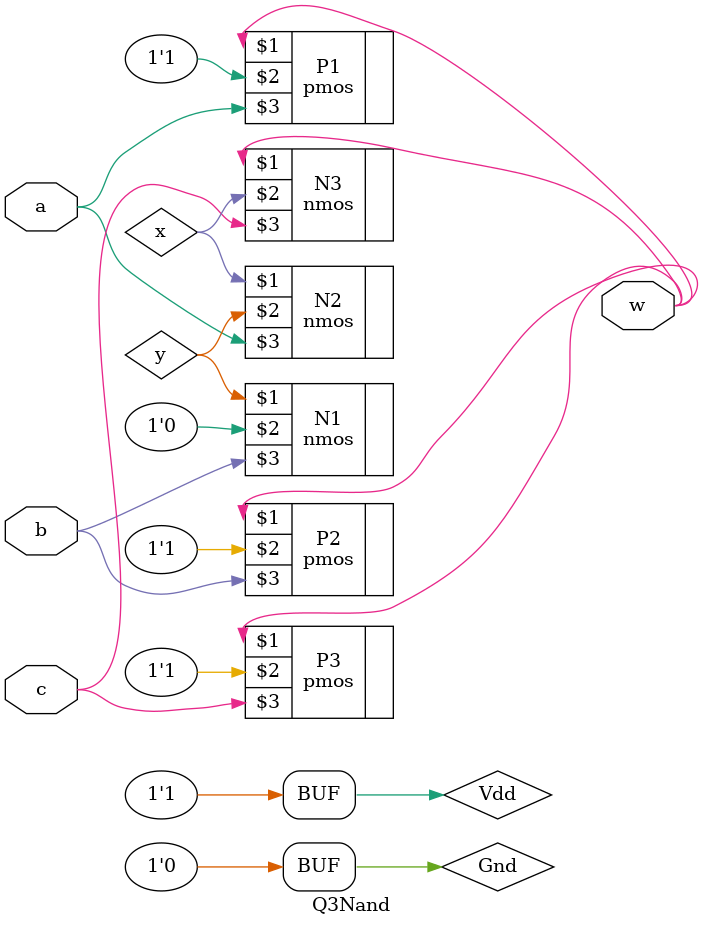
<source format=v>
`timescale 1ns/1ns
module Q3Nand(input a , b , c , output w);
	supply1 Vdd;
	supply0 Gnd;
	wire y;
	wire x;
	pmos #(5,6,7) P1(w,Vdd,a) , P2(w,Vdd,b) , P3(w,Vdd,c);
	nmos #(3,4,5) N1(y,Gnd,b) , N2(x,y,a) , N3(w,x,c);
endmodule
</source>
